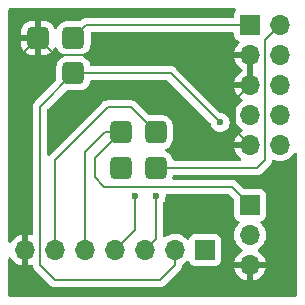
<source format=gbr>
%TF.GenerationSoftware,KiCad,Pcbnew,(6.0.1-0)*%
%TF.CreationDate,2022-05-18T17:32:03-07:00*%
%TF.ProjectId,badge_jig,62616467-655f-46a6-9967-2e6b69636164,rev?*%
%TF.SameCoordinates,Original*%
%TF.FileFunction,Copper,L1,Top*%
%TF.FilePolarity,Positive*%
%FSLAX46Y46*%
G04 Gerber Fmt 4.6, Leading zero omitted, Abs format (unit mm)*
G04 Created by KiCad (PCBNEW (6.0.1-0)) date 2022-05-18 17:32:03*
%MOMM*%
%LPD*%
G01*
G04 APERTURE LIST*
G04 Aperture macros list*
%AMRoundRect*
0 Rectangle with rounded corners*
0 $1 Rounding radius*
0 $2 $3 $4 $5 $6 $7 $8 $9 X,Y pos of 4 corners*
0 Add a 4 corners polygon primitive as box body*
4,1,4,$2,$3,$4,$5,$6,$7,$8,$9,$2,$3,0*
0 Add four circle primitives for the rounded corners*
1,1,$1+$1,$2,$3*
1,1,$1+$1,$4,$5*
1,1,$1+$1,$6,$7*
1,1,$1+$1,$8,$9*
0 Add four rect primitives between the rounded corners*
20,1,$1+$1,$2,$3,$4,$5,0*
20,1,$1+$1,$4,$5,$6,$7,0*
20,1,$1+$1,$6,$7,$8,$9,0*
20,1,$1+$1,$8,$9,$2,$3,0*%
G04 Aperture macros list end*
%TA.AperFunction,ComponentPad*%
%ADD10RoundRect,0.475000X-0.475000X-0.475000X0.475000X-0.475000X0.475000X0.475000X-0.475000X0.475000X0*%
%TD*%
%TA.AperFunction,ComponentPad*%
%ADD11R,1.700000X1.700000*%
%TD*%
%TA.AperFunction,ComponentPad*%
%ADD12O,1.700000X1.700000*%
%TD*%
%TA.AperFunction,ViaPad*%
%ADD13C,0.600000*%
%TD*%
%TA.AperFunction,Conductor*%
%ADD14C,0.200000*%
%TD*%
G04 APERTURE END LIST*
D10*
%TO.P,J3,1,Pin_1*%
%TO.N,/SWCLK*%
X137000000Y-115600000D03*
%TD*%
%TO.P,J5,1,Pin_1*%
%TO.N,/DBG_TX*%
X137000000Y-112600000D03*
%TD*%
%TO.P,J1,1,Pin_1*%
%TO.N,/VTG*%
X133000000Y-104600000D03*
%TD*%
%TO.P,J6,1,Pin_1*%
%TO.N,/DBG_RX*%
X140000000Y-112600000D03*
%TD*%
D11*
%TO.P,J9,1,Pin_1*%
%TO.N,/DBG_TX*%
X147955000Y-118745000D03*
D12*
%TO.P,J9,2,Pin_2*%
%TO.N,/DBG_RX*%
X147955000Y-121285000D03*
%TO.P,J9,3,Pin_3*%
%TO.N,/GND*%
X147955000Y-123825000D03*
%TD*%
D10*
%TO.P,J7,1,Pin_1*%
%TO.N,/GND*%
X130000000Y-104600000D03*
%TD*%
D11*
%TO.P,J8,1,Pin_1*%
%TO.N,/VTG*%
X144145000Y-122555000D03*
D12*
%TO.P,J8,2,Pin_2*%
%TO.N,/~{RST}*%
X141605000Y-122555000D03*
%TO.P,J8,3,Pin_3*%
%TO.N,/SWCLK*%
X139065000Y-122555000D03*
%TO.P,J8,4,Pin_4*%
%TO.N,/SWDIO*%
X136525000Y-122555000D03*
%TO.P,J8,5,Pin_5*%
%TO.N,/DBG_TX*%
X133985000Y-122555000D03*
%TO.P,J8,6,Pin_6*%
%TO.N,/DBG_RX*%
X131445000Y-122555000D03*
%TO.P,J8,7,Pin_7*%
%TO.N,/GND*%
X128905000Y-122555000D03*
%TD*%
D10*
%TO.P,J2,1,Pin_1*%
%TO.N,/~{RST}*%
X133000000Y-107600000D03*
%TD*%
%TO.P,J4,1,Pin_1*%
%TO.N,/SWDIO*%
X140000000Y-115600000D03*
%TD*%
D11*
%TO.P,J10,1,Pin_1*%
%TO.N,/VTG*%
X147955000Y-103505000D03*
D12*
%TO.P,J10,2,Pin_2*%
%TO.N,/SWDIO*%
X150495000Y-103505000D03*
%TO.P,J10,3,Pin_3*%
%TO.N,/GND*%
X147955000Y-106045000D03*
%TO.P,J10,4,Pin_4*%
%TO.N,/SWCLK*%
X150495000Y-106045000D03*
%TO.P,J10,5,Pin_5*%
%TO.N,/GND*%
X147955000Y-108585000D03*
%TO.P,J10,6,Pin_6*%
%TO.N,unconnected-(J10-Pad6)*%
X150495000Y-108585000D03*
%TO.P,J10,7,Pin_7*%
%TO.N,unconnected-(J10-Pad7)*%
X147955000Y-111125000D03*
%TO.P,J10,8,Pin_8*%
%TO.N,unconnected-(J10-Pad8)*%
X150495000Y-111125000D03*
%TO.P,J10,9,Pin_9*%
%TO.N,/GND*%
X147955000Y-113665000D03*
%TO.P,J10,10,Pin_10*%
%TO.N,/~{RST}*%
X150495000Y-113665000D03*
%TD*%
D13*
%TO.N,/~{RST}*%
X145415000Y-111760000D03*
%TO.N,/SWCLK*%
X140000000Y-118000000D03*
%TO.N,/SWDIO*%
X138200000Y-118000000D03*
%TD*%
D14*
%TO.N,/VTG*%
X134095000Y-103505000D02*
X133000000Y-104600000D01*
X147955000Y-103505000D02*
X134095000Y-103505000D01*
%TO.N,/~{RST}*%
X145415000Y-111760000D02*
X141255000Y-107600000D01*
X131445000Y-125095000D02*
X130175000Y-123825000D01*
X140335000Y-125095000D02*
X131445000Y-125095000D01*
X141605000Y-122555000D02*
X141605000Y-123825000D01*
X141605000Y-123825000D02*
X140335000Y-125095000D01*
X130175000Y-110425000D02*
X133000000Y-107600000D01*
X130175000Y-123825000D02*
X130175000Y-110425000D01*
X141255000Y-107600000D02*
X133000000Y-107600000D01*
%TO.N,/SWCLK*%
X140000000Y-121620000D02*
X139065000Y-122555000D01*
X140000000Y-118000000D02*
X140000000Y-121620000D01*
%TO.N,/SWDIO*%
X149225000Y-114935000D02*
X148560000Y-115600000D01*
X149225000Y-104775000D02*
X149225000Y-114935000D01*
X138200000Y-118000000D02*
X138200000Y-120880000D01*
X150495000Y-103505000D02*
X149225000Y-104775000D01*
X148560000Y-115600000D02*
X140000000Y-115600000D01*
X138200000Y-120880000D02*
X136525000Y-122555000D01*
%TO.N,/DBG_TX*%
X135685000Y-112600000D02*
X137000000Y-112600000D01*
X147955000Y-118745000D02*
X146410000Y-117200000D01*
X134800000Y-114800000D02*
X137000000Y-112600000D01*
X134800000Y-116400000D02*
X134800000Y-114800000D01*
X133985000Y-114300000D02*
X135685000Y-112600000D01*
X133985000Y-122555000D02*
X133985000Y-114300000D01*
X146410000Y-117200000D02*
X135600000Y-117200000D01*
X135600000Y-117200000D02*
X134800000Y-116400000D01*
%TO.N,/DBG_RX*%
X131445000Y-114935000D02*
X135890000Y-110490000D01*
X135890000Y-110490000D02*
X137890000Y-110490000D01*
X137890000Y-110490000D02*
X140000000Y-112600000D01*
X131445000Y-122555000D02*
X131445000Y-114935000D01*
%TO.N,/GND*%
X131445000Y-106045000D02*
X130000000Y-104600000D01*
X147955000Y-108585000D02*
X147955000Y-106045000D01*
X146685000Y-112395000D02*
X146685000Y-109855000D01*
X128905000Y-105695000D02*
X130000000Y-104600000D01*
X146685000Y-109855000D02*
X147955000Y-108585000D01*
X147955000Y-113665000D02*
X146685000Y-112395000D01*
X147955000Y-106045000D02*
X131445000Y-106045000D01*
X128905000Y-122555000D02*
X128905000Y-105695000D01*
%TD*%
%TA.AperFunction,Conductor*%
%TO.N,/GND*%
G36*
X146714583Y-102119685D02*
G01*
X146760338Y-102172489D01*
X146770282Y-102241647D01*
X146746770Y-102298366D01*
X146720009Y-102334073D01*
X146661474Y-102412176D01*
X146611149Y-102546420D01*
X146604500Y-102607623D01*
X146604500Y-102780500D01*
X146584815Y-102847539D01*
X146532011Y-102893294D01*
X146480500Y-102904500D01*
X134142487Y-102904500D01*
X134126302Y-102903439D01*
X134103059Y-102900379D01*
X134095000Y-102899318D01*
X134055639Y-102904500D01*
X133938238Y-102919956D01*
X133930731Y-102923065D01*
X133930729Y-102923066D01*
X133799667Y-102977354D01*
X133792159Y-102980464D01*
X133666718Y-103076718D01*
X133661771Y-103083165D01*
X133647495Y-103101770D01*
X133636800Y-103113965D01*
X133636518Y-103114247D01*
X133575195Y-103147732D01*
X133537816Y-103150075D01*
X133534122Y-103149745D01*
X133534108Y-103149744D01*
X133531370Y-103149500D01*
X132468630Y-103149500D01*
X132465887Y-103149745D01*
X132465883Y-103149745D01*
X132444596Y-103151645D01*
X132351363Y-103159966D01*
X132277825Y-103181053D01*
X132166904Y-103212858D01*
X132166900Y-103212860D01*
X132160862Y-103214591D01*
X131985237Y-103306406D01*
X131831660Y-103431660D01*
X131706406Y-103585237D01*
X131614591Y-103760862D01*
X131613969Y-103763031D01*
X131571690Y-103816830D01*
X131505671Y-103839705D01*
X131437765Y-103823255D01*
X131389532Y-103772704D01*
X131384595Y-103761893D01*
X131382029Y-103755477D01*
X131296086Y-103591083D01*
X131289202Y-103580643D01*
X131171951Y-103436880D01*
X131163120Y-103428049D01*
X131019357Y-103310798D01*
X131008917Y-103303914D01*
X130844520Y-103217970D01*
X130832908Y-103213325D01*
X130654221Y-103162088D01*
X130642672Y-103159937D01*
X130534084Y-103150245D01*
X130528580Y-103150000D01*
X130267830Y-103150000D01*
X130252831Y-103154404D01*
X130251644Y-103155774D01*
X130250000Y-103163332D01*
X130250000Y-106032169D01*
X130254404Y-106047168D01*
X130255774Y-106048355D01*
X130263332Y-106049999D01*
X130528579Y-106049999D01*
X130534084Y-106049754D01*
X130642662Y-106040064D01*
X130654230Y-106037910D01*
X130832908Y-105986675D01*
X130844520Y-105982030D01*
X131008917Y-105896086D01*
X131019357Y-105889202D01*
X131163120Y-105771951D01*
X131171951Y-105763120D01*
X131289202Y-105619357D01*
X131296086Y-105608917D01*
X131382029Y-105444523D01*
X131384595Y-105438107D01*
X131427767Y-105383171D01*
X131493786Y-105360296D01*
X131561692Y-105376744D01*
X131609925Y-105427294D01*
X131613338Y-105434767D01*
X131614591Y-105439138D01*
X131706406Y-105614763D01*
X131831660Y-105768340D01*
X131985237Y-105893594D01*
X132160862Y-105985409D01*
X132162506Y-105985881D01*
X132216153Y-106028040D01*
X132239027Y-106094060D01*
X132222576Y-106161965D01*
X132172025Y-106210197D01*
X132165003Y-106213404D01*
X132160862Y-106214591D01*
X132155298Y-106217500D01*
X132007055Y-106295000D01*
X131985237Y-106306406D01*
X131831660Y-106431660D01*
X131706406Y-106585237D01*
X131614591Y-106760862D01*
X131612861Y-106766896D01*
X131612858Y-106766904D01*
X131581053Y-106877825D01*
X131559966Y-106951363D01*
X131549500Y-107068630D01*
X131549500Y-108131370D01*
X131549744Y-108134108D01*
X131549745Y-108134122D01*
X131550075Y-108137816D01*
X131536427Y-108206340D01*
X131514247Y-108236518D01*
X129783965Y-109966800D01*
X129771770Y-109977495D01*
X129746718Y-109996718D01*
X129741772Y-110003164D01*
X129741770Y-110003166D01*
X129722550Y-110028214D01*
X129655413Y-110115708D01*
X129655410Y-110115713D01*
X129650464Y-110122159D01*
X129647354Y-110129668D01*
X129594183Y-110258034D01*
X129589956Y-110268238D01*
X129569318Y-110425000D01*
X129570379Y-110433059D01*
X129573439Y-110456302D01*
X129574500Y-110472487D01*
X129574500Y-121182992D01*
X129554815Y-121250031D01*
X129502011Y-121295786D01*
X129432853Y-121305730D01*
X129398094Y-121295374D01*
X129373392Y-121283855D01*
X129363264Y-121280168D01*
X129172221Y-121228978D01*
X129158347Y-121229309D01*
X129155000Y-121237125D01*
X129155000Y-123867806D01*
X129158910Y-123881123D01*
X129167326Y-123882333D01*
X129363264Y-123829832D01*
X129373402Y-123826141D01*
X129404859Y-123811473D01*
X129473936Y-123800981D01*
X129537720Y-123829501D01*
X129575959Y-123887978D01*
X129580201Y-123907666D01*
X129589956Y-123981762D01*
X129593065Y-123989269D01*
X129593066Y-123989271D01*
X129629257Y-124076644D01*
X129650464Y-124127841D01*
X129746718Y-124253282D01*
X129753165Y-124258229D01*
X129771770Y-124272505D01*
X129783965Y-124283200D01*
X130986800Y-125486035D01*
X130997495Y-125498230D01*
X131016718Y-125523282D01*
X131142159Y-125619536D01*
X131149667Y-125622646D01*
X131280729Y-125676934D01*
X131280731Y-125676935D01*
X131288238Y-125680044D01*
X131445000Y-125700682D01*
X131453059Y-125699621D01*
X131476302Y-125696561D01*
X131492487Y-125695500D01*
X140287513Y-125695500D01*
X140303698Y-125696561D01*
X140335000Y-125700682D01*
X140343059Y-125699621D01*
X140374361Y-125695500D01*
X140483703Y-125681105D01*
X140491762Y-125680044D01*
X140499269Y-125676935D01*
X140499271Y-125676934D01*
X140630333Y-125622646D01*
X140637841Y-125619536D01*
X140763282Y-125523282D01*
X140782505Y-125498230D01*
X140793200Y-125486035D01*
X141996035Y-124283200D01*
X142008230Y-124272505D01*
X142026835Y-124258229D01*
X142033282Y-124253282D01*
X142129536Y-124127841D01*
X142146318Y-124087326D01*
X146627667Y-124087326D01*
X146680168Y-124283264D01*
X146683857Y-124293397D01*
X146779110Y-124497667D01*
X146784508Y-124507017D01*
X146913784Y-124691643D01*
X146920719Y-124699907D01*
X147080091Y-124859279D01*
X147088357Y-124866215D01*
X147272992Y-124995498D01*
X147282324Y-125000886D01*
X147486603Y-125096143D01*
X147496736Y-125099832D01*
X147687779Y-125151022D01*
X147701653Y-125150691D01*
X147705000Y-125142875D01*
X147705000Y-125137806D01*
X148205000Y-125137806D01*
X148208910Y-125151123D01*
X148217326Y-125152333D01*
X148413264Y-125099832D01*
X148423397Y-125096143D01*
X148627676Y-125000886D01*
X148637008Y-124995498D01*
X148821643Y-124866215D01*
X148829909Y-124859279D01*
X148989281Y-124699907D01*
X148996216Y-124691643D01*
X149125492Y-124507017D01*
X149130890Y-124497667D01*
X149226143Y-124293397D01*
X149229832Y-124283264D01*
X149281022Y-124092221D01*
X149280691Y-124078347D01*
X149272875Y-124075000D01*
X148222830Y-124075000D01*
X148207831Y-124079404D01*
X148206644Y-124080774D01*
X148205000Y-124088332D01*
X148205000Y-125137806D01*
X147705000Y-125137806D01*
X147705000Y-124092830D01*
X147700596Y-124077831D01*
X147699226Y-124076644D01*
X147691668Y-124075000D01*
X146642194Y-124075000D01*
X146628877Y-124078910D01*
X146627667Y-124087326D01*
X142146318Y-124087326D01*
X142150743Y-124076644D01*
X142186934Y-123989271D01*
X142186935Y-123989269D01*
X142190044Y-123981762D01*
X142205500Y-123864361D01*
X142210046Y-123829832D01*
X142210544Y-123826049D01*
X142238810Y-123762152D01*
X142273964Y-123735288D01*
X142273237Y-123734029D01*
X142277927Y-123731322D01*
X142282830Y-123729035D01*
X142476401Y-123593495D01*
X142598207Y-123471689D01*
X142659530Y-123438204D01*
X142729222Y-123443188D01*
X142785155Y-123485060D01*
X142801998Y-123515844D01*
X142832271Y-123596598D01*
X142851474Y-123647824D01*
X142856769Y-123654889D01*
X142856770Y-123654891D01*
X142932159Y-123755481D01*
X142937454Y-123762546D01*
X142944519Y-123767841D01*
X143045109Y-123843230D01*
X143045111Y-123843231D01*
X143052176Y-123848526D01*
X143186420Y-123898851D01*
X143247623Y-123905500D01*
X144144866Y-123905500D01*
X145042376Y-123905499D01*
X145103580Y-123898851D01*
X145237824Y-123848526D01*
X145244889Y-123843231D01*
X145244891Y-123843230D01*
X145345481Y-123767841D01*
X145352546Y-123762546D01*
X145357841Y-123755481D01*
X145433230Y-123654891D01*
X145433231Y-123654889D01*
X145438526Y-123647824D01*
X145488851Y-123513580D01*
X145495500Y-123452377D01*
X145495499Y-121657624D01*
X145488851Y-121596420D01*
X145438526Y-121462176D01*
X145412497Y-121427445D01*
X145357841Y-121354519D01*
X145352546Y-121347454D01*
X145332090Y-121332123D01*
X145244891Y-121266770D01*
X145244889Y-121266769D01*
X145237824Y-121261474D01*
X145103580Y-121211149D01*
X145042377Y-121204500D01*
X144145134Y-121204500D01*
X143247624Y-121204501D01*
X143186420Y-121211149D01*
X143052176Y-121261474D01*
X143045111Y-121266769D01*
X143045109Y-121266770D01*
X142957910Y-121332123D01*
X142937454Y-121347454D01*
X142932159Y-121354519D01*
X142877504Y-121427445D01*
X142851474Y-121462176D01*
X142848374Y-121470445D01*
X142848373Y-121470447D01*
X142827685Y-121525634D01*
X142803876Y-121589147D01*
X142801998Y-121594156D01*
X142760034Y-121650020D01*
X142694529Y-121674329D01*
X142626281Y-121659363D01*
X142598207Y-121638311D01*
X142476401Y-121516505D01*
X142282830Y-121380965D01*
X142068663Y-121281097D01*
X141939499Y-121246488D01*
X141845634Y-121221337D01*
X141845631Y-121221336D01*
X141840408Y-121219937D01*
X141835021Y-121219466D01*
X141835017Y-121219465D01*
X141610395Y-121199813D01*
X141605000Y-121199341D01*
X141599605Y-121199813D01*
X141374983Y-121219465D01*
X141374979Y-121219466D01*
X141369592Y-121219937D01*
X141364369Y-121221336D01*
X141364366Y-121221337D01*
X141270501Y-121246488D01*
X141141337Y-121281097D01*
X141136433Y-121283384D01*
X141136427Y-121283386D01*
X141010390Y-121342159D01*
X140927171Y-121380965D01*
X140795621Y-121473077D01*
X140729417Y-121495403D01*
X140661650Y-121478393D01*
X140613837Y-121427445D01*
X140600500Y-121371501D01*
X140600500Y-118580228D01*
X140621218Y-118511607D01*
X140638509Y-118485583D01*
X140716483Y-118368222D01*
X140780257Y-118200336D01*
X140805251Y-118022493D01*
X140805565Y-118000000D01*
X140798647Y-117938322D01*
X140810736Y-117869506D01*
X140858111Y-117818150D01*
X140921874Y-117800500D01*
X146109903Y-117800500D01*
X146176942Y-117820185D01*
X146197584Y-117836819D01*
X146568181Y-118207416D01*
X146601666Y-118268739D01*
X146604500Y-118295097D01*
X146604501Y-119642376D01*
X146611149Y-119703580D01*
X146661474Y-119837824D01*
X146747454Y-119952546D01*
X146754519Y-119957841D01*
X146855109Y-120033230D01*
X146855111Y-120033231D01*
X146862176Y-120038526D01*
X146870445Y-120041626D01*
X146870447Y-120041627D01*
X146942766Y-120068737D01*
X146994157Y-120088003D01*
X147050020Y-120129966D01*
X147074329Y-120195471D01*
X147059363Y-120263719D01*
X147038311Y-120291793D01*
X146916505Y-120413599D01*
X146913403Y-120418030D01*
X146913399Y-120418034D01*
X146800058Y-120579903D01*
X146780965Y-120607171D01*
X146778675Y-120612082D01*
X146683386Y-120816427D01*
X146683384Y-120816433D01*
X146681097Y-120821337D01*
X146663219Y-120888059D01*
X146623375Y-121036762D01*
X146619937Y-121049592D01*
X146619466Y-121054979D01*
X146619465Y-121054983D01*
X146601399Y-121261474D01*
X146599341Y-121285000D01*
X146599813Y-121290395D01*
X146619324Y-121513399D01*
X146619937Y-121520408D01*
X146621336Y-121525631D01*
X146621337Y-121525634D01*
X146638355Y-121589147D01*
X146681097Y-121748663D01*
X146683384Y-121753567D01*
X146683386Y-121753573D01*
X146756487Y-121910336D01*
X146780965Y-121962829D01*
X146784072Y-121967266D01*
X146784073Y-121967268D01*
X146913399Y-122151966D01*
X146913403Y-122151970D01*
X146916505Y-122156401D01*
X147083599Y-122323495D01*
X147241636Y-122434154D01*
X147269595Y-122453731D01*
X147313219Y-122508308D01*
X147320412Y-122577807D01*
X147288890Y-122640161D01*
X147269595Y-122656881D01*
X147088352Y-122783789D01*
X147080093Y-122790719D01*
X146920719Y-122950093D01*
X146913784Y-122958357D01*
X146784508Y-123142983D01*
X146779110Y-123152333D01*
X146683857Y-123356603D01*
X146680168Y-123366736D01*
X146628978Y-123557779D01*
X146629309Y-123571653D01*
X146637125Y-123575000D01*
X149267806Y-123575000D01*
X149281123Y-123571090D01*
X149282333Y-123562674D01*
X149229832Y-123366736D01*
X149226143Y-123356603D01*
X149130890Y-123152333D01*
X149125492Y-123142983D01*
X148996216Y-122958357D01*
X148989281Y-122950093D01*
X148829909Y-122790721D01*
X148821643Y-122783785D01*
X148640406Y-122656880D01*
X148596781Y-122602303D01*
X148589589Y-122532804D01*
X148621111Y-122470449D01*
X148640407Y-122453730D01*
X148821961Y-122326604D01*
X148821962Y-122326604D01*
X148826401Y-122323495D01*
X148993495Y-122156401D01*
X148996597Y-122151970D01*
X148996601Y-122151966D01*
X149125927Y-121967268D01*
X149125928Y-121967266D01*
X149129035Y-121962829D01*
X149153513Y-121910336D01*
X149226614Y-121753573D01*
X149226616Y-121753567D01*
X149228903Y-121748663D01*
X149271645Y-121589147D01*
X149288663Y-121525634D01*
X149288664Y-121525631D01*
X149290063Y-121520408D01*
X149290677Y-121513399D01*
X149310187Y-121290395D01*
X149310659Y-121285000D01*
X149308601Y-121261474D01*
X149290535Y-121054983D01*
X149290534Y-121054979D01*
X149290063Y-121049592D01*
X149286626Y-121036762D01*
X149246781Y-120888059D01*
X149228903Y-120821337D01*
X149226616Y-120816433D01*
X149226614Y-120816427D01*
X149131325Y-120612082D01*
X149129035Y-120607171D01*
X149109942Y-120579903D01*
X148996601Y-120418034D01*
X148996597Y-120418030D01*
X148993495Y-120413599D01*
X148871689Y-120291793D01*
X148838204Y-120230470D01*
X148843188Y-120160778D01*
X148885060Y-120104845D01*
X148915842Y-120088003D01*
X148967234Y-120068737D01*
X149039553Y-120041627D01*
X149039555Y-120041626D01*
X149047824Y-120038526D01*
X149054889Y-120033231D01*
X149054891Y-120033230D01*
X149155481Y-119957841D01*
X149162546Y-119952546D01*
X149248526Y-119837824D01*
X149298851Y-119703580D01*
X149305500Y-119642377D01*
X149305499Y-117847624D01*
X149298851Y-117786420D01*
X149248526Y-117652176D01*
X149230619Y-117628282D01*
X149167841Y-117544519D01*
X149162546Y-117537454D01*
X149155481Y-117532159D01*
X149054891Y-117456770D01*
X149054889Y-117456769D01*
X149047824Y-117451474D01*
X148913580Y-117401149D01*
X148852377Y-117394500D01*
X148766499Y-117394500D01*
X147505098Y-117394501D01*
X147438059Y-117374816D01*
X147417417Y-117358182D01*
X146868200Y-116808965D01*
X146857505Y-116796770D01*
X146843229Y-116778165D01*
X146843228Y-116778164D01*
X146838282Y-116771718D01*
X146712841Y-116675464D01*
X146705333Y-116672354D01*
X146574271Y-116618066D01*
X146574269Y-116618065D01*
X146566762Y-116614956D01*
X146449361Y-116599500D01*
X146410000Y-116594318D01*
X146401941Y-116595379D01*
X146378698Y-116598439D01*
X146362513Y-116599500D01*
X141503732Y-116599500D01*
X141436693Y-116579815D01*
X141390938Y-116527011D01*
X141380994Y-116457853D01*
X141385962Y-116439297D01*
X141385409Y-116439138D01*
X141428082Y-116290317D01*
X141465481Y-116231305D01*
X141528851Y-116201877D01*
X141547277Y-116200500D01*
X148512513Y-116200500D01*
X148528698Y-116201561D01*
X148560000Y-116205682D01*
X148568059Y-116204621D01*
X148599361Y-116200500D01*
X148708703Y-116186105D01*
X148716762Y-116185044D01*
X148724269Y-116181935D01*
X148724271Y-116181934D01*
X148855333Y-116127646D01*
X148862841Y-116124536D01*
X148988282Y-116028282D01*
X149007505Y-116003230D01*
X149018200Y-115991035D01*
X149616035Y-115393200D01*
X149628230Y-115382505D01*
X149646835Y-115368229D01*
X149653282Y-115363282D01*
X149749536Y-115237841D01*
X149752646Y-115230333D01*
X149806934Y-115099271D01*
X149806935Y-115099269D01*
X149810044Y-115091762D01*
X149819730Y-115018190D01*
X149847996Y-114954293D01*
X149906321Y-114915822D01*
X149976186Y-114914991D01*
X149995074Y-114921993D01*
X150026427Y-114936614D01*
X150026433Y-114936616D01*
X150031337Y-114938903D01*
X150077839Y-114951363D01*
X150254366Y-114998663D01*
X150254369Y-114998664D01*
X150259592Y-115000063D01*
X150264979Y-115000534D01*
X150264983Y-115000535D01*
X150489605Y-115020187D01*
X150495000Y-115020659D01*
X150500395Y-115020187D01*
X150725017Y-115000535D01*
X150725021Y-115000534D01*
X150730408Y-115000063D01*
X150735631Y-114998664D01*
X150735634Y-114998663D01*
X150912161Y-114951363D01*
X150958663Y-114938903D01*
X151172830Y-114839035D01*
X151366401Y-114703495D01*
X151533495Y-114536401D01*
X151536597Y-114531970D01*
X151536601Y-114531966D01*
X151665927Y-114347268D01*
X151665928Y-114347266D01*
X151669035Y-114342829D01*
X151669552Y-114341721D01*
X151719179Y-114294401D01*
X151787786Y-114281177D01*
X151852651Y-114307145D01*
X151893180Y-114364058D01*
X151900000Y-114404616D01*
X151900000Y-126376000D01*
X151880315Y-126443039D01*
X151827511Y-126488794D01*
X151776000Y-126500000D01*
X127624000Y-126500000D01*
X127556961Y-126480315D01*
X127511206Y-126427511D01*
X127500000Y-126376000D01*
X127500000Y-123293612D01*
X127519685Y-123226573D01*
X127572489Y-123180818D01*
X127641647Y-123170874D01*
X127705203Y-123199899D01*
X127731387Y-123231611D01*
X127734508Y-123237017D01*
X127863784Y-123421643D01*
X127870719Y-123429907D01*
X128030091Y-123589279D01*
X128038357Y-123596215D01*
X128222992Y-123725498D01*
X128232324Y-123730886D01*
X128436603Y-123826143D01*
X128446736Y-123829832D01*
X128637779Y-123881022D01*
X128651653Y-123880691D01*
X128655000Y-123872875D01*
X128655000Y-121242194D01*
X128651090Y-121228877D01*
X128642674Y-121227667D01*
X128446736Y-121280168D01*
X128436603Y-121283857D01*
X128232333Y-121379110D01*
X128222983Y-121384508D01*
X128038357Y-121513784D01*
X128030093Y-121520719D01*
X127870719Y-121680093D01*
X127863784Y-121688357D01*
X127734508Y-121872983D01*
X127731387Y-121878389D01*
X127680819Y-121926604D01*
X127612212Y-121939826D01*
X127547347Y-121913858D01*
X127506820Y-121856943D01*
X127500000Y-121816388D01*
X127500000Y-105128579D01*
X128550001Y-105128579D01*
X128550246Y-105134084D01*
X128559936Y-105242662D01*
X128562090Y-105254230D01*
X128613325Y-105432908D01*
X128617970Y-105444520D01*
X128703914Y-105608917D01*
X128710798Y-105619357D01*
X128828049Y-105763120D01*
X128836880Y-105771951D01*
X128980643Y-105889202D01*
X128991083Y-105896086D01*
X129155480Y-105982030D01*
X129167092Y-105986675D01*
X129345779Y-106037912D01*
X129357328Y-106040063D01*
X129465916Y-106049755D01*
X129471420Y-106050000D01*
X129732170Y-106050000D01*
X129747169Y-106045596D01*
X129748356Y-106044226D01*
X129750000Y-106036668D01*
X129750000Y-104867830D01*
X129745596Y-104852831D01*
X129744226Y-104851644D01*
X129736668Y-104850000D01*
X128567831Y-104850000D01*
X128552832Y-104854404D01*
X128551645Y-104855774D01*
X128550001Y-104863332D01*
X128550001Y-105128579D01*
X127500000Y-105128579D01*
X127500000Y-104332170D01*
X128550000Y-104332170D01*
X128554404Y-104347169D01*
X128555774Y-104348356D01*
X128563332Y-104350000D01*
X129732170Y-104350000D01*
X129747169Y-104345596D01*
X129748356Y-104344226D01*
X129750000Y-104336668D01*
X129750000Y-103167831D01*
X129745596Y-103152832D01*
X129744226Y-103151645D01*
X129736668Y-103150001D01*
X129471421Y-103150001D01*
X129465916Y-103150246D01*
X129357338Y-103159936D01*
X129345770Y-103162090D01*
X129167092Y-103213325D01*
X129155480Y-103217970D01*
X128991083Y-103303914D01*
X128980643Y-103310798D01*
X128836880Y-103428049D01*
X128828049Y-103436880D01*
X128710798Y-103580643D01*
X128703914Y-103591083D01*
X128617970Y-103755480D01*
X128613325Y-103767092D01*
X128562088Y-103945779D01*
X128559937Y-103957328D01*
X128550245Y-104065916D01*
X128550000Y-104071420D01*
X128550000Y-104332170D01*
X127500000Y-104332170D01*
X127500000Y-102224000D01*
X127519685Y-102156961D01*
X127572489Y-102111206D01*
X127624000Y-102100000D01*
X146647544Y-102100000D01*
X146714583Y-102119685D01*
G37*
%TD.AperFunction*%
%TA.AperFunction,Conductor*%
G36*
X146547540Y-104125185D02*
G01*
X146593295Y-104177989D01*
X146604501Y-104229500D01*
X146604501Y-104402376D01*
X146611149Y-104463580D01*
X146661474Y-104597824D01*
X146747454Y-104712546D01*
X146754519Y-104717841D01*
X146855109Y-104793230D01*
X146855111Y-104793231D01*
X146862176Y-104798526D01*
X146870446Y-104801626D01*
X146870451Y-104801629D01*
X146994671Y-104848197D01*
X147050535Y-104890161D01*
X147074843Y-104955666D01*
X147059877Y-105023914D01*
X147038825Y-105051987D01*
X146920719Y-105170093D01*
X146913784Y-105178357D01*
X146784508Y-105362983D01*
X146779110Y-105372333D01*
X146683857Y-105576603D01*
X146680168Y-105586736D01*
X146628978Y-105777779D01*
X146629309Y-105791653D01*
X146637125Y-105795000D01*
X148081000Y-105795000D01*
X148148039Y-105814685D01*
X148193794Y-105867489D01*
X148205000Y-105919000D01*
X148205000Y-108711000D01*
X148185315Y-108778039D01*
X148132511Y-108823794D01*
X148081000Y-108835000D01*
X146642194Y-108835000D01*
X146628877Y-108838910D01*
X146627667Y-108847326D01*
X146680168Y-109043264D01*
X146683857Y-109053397D01*
X146779110Y-109257667D01*
X146784508Y-109267017D01*
X146913784Y-109451643D01*
X146920719Y-109459907D01*
X147080091Y-109619279D01*
X147088357Y-109626215D01*
X147269595Y-109753120D01*
X147313219Y-109807697D01*
X147320412Y-109877196D01*
X147288890Y-109939550D01*
X147269594Y-109956270D01*
X147088034Y-110083399D01*
X147088033Y-110083400D01*
X147083599Y-110086505D01*
X146916505Y-110253599D01*
X146913403Y-110258030D01*
X146913399Y-110258034D01*
X146802132Y-110416941D01*
X146780965Y-110447171D01*
X146778675Y-110452082D01*
X146683386Y-110656427D01*
X146683384Y-110656433D01*
X146681097Y-110661337D01*
X146619937Y-110889592D01*
X146619466Y-110894979D01*
X146619465Y-110894983D01*
X146612198Y-110978043D01*
X146599341Y-111125000D01*
X146599813Y-111130395D01*
X146614958Y-111303494D01*
X146619937Y-111360408D01*
X146681097Y-111588663D01*
X146683384Y-111593567D01*
X146683386Y-111593573D01*
X146764213Y-111766904D01*
X146780965Y-111802829D01*
X146784072Y-111807266D01*
X146784073Y-111807268D01*
X146913399Y-111991966D01*
X146913403Y-111991970D01*
X146916505Y-111996401D01*
X147083599Y-112163495D01*
X147238609Y-112272034D01*
X147269595Y-112293731D01*
X147313219Y-112348308D01*
X147320412Y-112417807D01*
X147288890Y-112480161D01*
X147269595Y-112496881D01*
X147088352Y-112623789D01*
X147080093Y-112630719D01*
X146920719Y-112790093D01*
X146913784Y-112798357D01*
X146784508Y-112982983D01*
X146779110Y-112992333D01*
X146683857Y-113196603D01*
X146680168Y-113206736D01*
X146628978Y-113397779D01*
X146629309Y-113411653D01*
X146637125Y-113415000D01*
X148081000Y-113415000D01*
X148148039Y-113434685D01*
X148193794Y-113487489D01*
X148205000Y-113539000D01*
X148205000Y-113791000D01*
X148185315Y-113858039D01*
X148132511Y-113903794D01*
X148081000Y-113915000D01*
X146642194Y-113915000D01*
X146628877Y-113918910D01*
X146627667Y-113927326D01*
X146680168Y-114123264D01*
X146683857Y-114133397D01*
X146779110Y-114337667D01*
X146784508Y-114347017D01*
X146913784Y-114531643D01*
X146920719Y-114539907D01*
X147080091Y-114699279D01*
X147088357Y-114706215D01*
X147185056Y-114773925D01*
X147228680Y-114828502D01*
X147235873Y-114898001D01*
X147204351Y-114960355D01*
X147144121Y-114995769D01*
X147113932Y-114999500D01*
X141547277Y-114999500D01*
X141480238Y-114979815D01*
X141434483Y-114927011D01*
X141428086Y-114909696D01*
X141385409Y-114760862D01*
X141293594Y-114585237D01*
X141168340Y-114431660D01*
X141014763Y-114306406D01*
X140839138Y-114214591D01*
X140837494Y-114214119D01*
X140783847Y-114171960D01*
X140760973Y-114105940D01*
X140777424Y-114038035D01*
X140827975Y-113989803D01*
X140834997Y-113986596D01*
X140839138Y-113985409D01*
X141014763Y-113893594D01*
X141168340Y-113768340D01*
X141293594Y-113614763D01*
X141385409Y-113439138D01*
X141388147Y-113429592D01*
X141438407Y-113254310D01*
X141440034Y-113248637D01*
X141450500Y-113131370D01*
X141450500Y-112068630D01*
X141440034Y-111951363D01*
X141385409Y-111760862D01*
X141293594Y-111585237D01*
X141168340Y-111431660D01*
X141014763Y-111306406D01*
X140839138Y-111214591D01*
X140833100Y-111212860D01*
X140833096Y-111212858D01*
X140722175Y-111181053D01*
X140648637Y-111159966D01*
X140564675Y-111152472D01*
X140534117Y-111149745D01*
X140534113Y-111149745D01*
X140531370Y-111149500D01*
X139468630Y-111149500D01*
X139465892Y-111149744D01*
X139465878Y-111149745D01*
X139462184Y-111150075D01*
X139393660Y-111136427D01*
X139363482Y-111114247D01*
X138348200Y-110098965D01*
X138337505Y-110086770D01*
X138323229Y-110068165D01*
X138318282Y-110061718D01*
X138192841Y-109965464D01*
X138170645Y-109956270D01*
X138054271Y-109908066D01*
X138054269Y-109908065D01*
X138046762Y-109904956D01*
X137929361Y-109889500D01*
X137890000Y-109884318D01*
X137881941Y-109885379D01*
X137858698Y-109888439D01*
X137842513Y-109889500D01*
X135937487Y-109889500D01*
X135921302Y-109888439D01*
X135898059Y-109885379D01*
X135890000Y-109884318D01*
X135850639Y-109889500D01*
X135733238Y-109904956D01*
X135725731Y-109908065D01*
X135725729Y-109908066D01*
X135609355Y-109956270D01*
X135587159Y-109965464D01*
X135461718Y-110061718D01*
X135456771Y-110068165D01*
X135442495Y-110086770D01*
X135431800Y-110098965D01*
X131053965Y-114476800D01*
X131041770Y-114487495D01*
X131016718Y-114506718D01*
X131011771Y-114513165D01*
X131011770Y-114513166D01*
X130997875Y-114531274D01*
X130941447Y-114572477D01*
X130871701Y-114576631D01*
X130810781Y-114542418D01*
X130778029Y-114480700D01*
X130775500Y-114455787D01*
X130775500Y-110725097D01*
X130795185Y-110658058D01*
X130811819Y-110637416D01*
X132363482Y-109085753D01*
X132424805Y-109052268D01*
X132462184Y-109049925D01*
X132465878Y-109050255D01*
X132465892Y-109050256D01*
X132468630Y-109050500D01*
X133531370Y-109050500D01*
X133534113Y-109050255D01*
X133534117Y-109050255D01*
X133564675Y-109047528D01*
X133648637Y-109040034D01*
X133722175Y-109018947D01*
X133833096Y-108987142D01*
X133833100Y-108987140D01*
X133839138Y-108985409D01*
X134014763Y-108893594D01*
X134168340Y-108768340D01*
X134293594Y-108614763D01*
X134385409Y-108439138D01*
X134428082Y-108290317D01*
X134465481Y-108231305D01*
X134528851Y-108201877D01*
X134547277Y-108200500D01*
X140954903Y-108200500D01*
X141021942Y-108220185D01*
X141042584Y-108236819D01*
X144584098Y-111778333D01*
X144617583Y-111839656D01*
X144619825Y-111853913D01*
X144626362Y-111920584D01*
X144627039Y-111927486D01*
X144683726Y-112097896D01*
X144687319Y-112103829D01*
X144687320Y-112103831D01*
X144728434Y-112171718D01*
X144776759Y-112251512D01*
X144901514Y-112380699D01*
X144907308Y-112384490D01*
X144907311Y-112384493D01*
X144958221Y-112417807D01*
X145051789Y-112479036D01*
X145220116Y-112541636D01*
X145398130Y-112565388D01*
X145405031Y-112564760D01*
X145405033Y-112564760D01*
X145512744Y-112554958D01*
X145576981Y-112549112D01*
X145747782Y-112493615D01*
X145902044Y-112401657D01*
X146005729Y-112302919D01*
X146027080Y-112282587D01*
X146027082Y-112282585D01*
X146032099Y-112277807D01*
X146131483Y-112128222D01*
X146195257Y-111960336D01*
X146220251Y-111782493D01*
X146220393Y-111772349D01*
X146220511Y-111763899D01*
X146220511Y-111763892D01*
X146220565Y-111760000D01*
X146200546Y-111581528D01*
X146141485Y-111411927D01*
X146046316Y-111259625D01*
X145919770Y-111132193D01*
X145768136Y-111035963D01*
X145759746Y-111032975D01*
X145605479Y-110978043D01*
X145605475Y-110978042D01*
X145598951Y-110975719D01*
X145506481Y-110964693D01*
X145442243Y-110937209D01*
X145433481Y-110929246D01*
X141713200Y-107208965D01*
X141702505Y-107196770D01*
X141688229Y-107178165D01*
X141683282Y-107171718D01*
X141557841Y-107075464D01*
X141547998Y-107071387D01*
X141419271Y-107018066D01*
X141419269Y-107018065D01*
X141411762Y-107014956D01*
X141294361Y-106999500D01*
X141255000Y-106994318D01*
X141246941Y-106995379D01*
X141223698Y-106998439D01*
X141207513Y-106999500D01*
X134547277Y-106999500D01*
X134480238Y-106979815D01*
X134434483Y-106927011D01*
X134428086Y-106909696D01*
X134385409Y-106760862D01*
X134293594Y-106585237D01*
X134168340Y-106431660D01*
X134015891Y-106307326D01*
X146627667Y-106307326D01*
X146680168Y-106503264D01*
X146683857Y-106513397D01*
X146779110Y-106717667D01*
X146784508Y-106727017D01*
X146913784Y-106911643D01*
X146920719Y-106919907D01*
X147080091Y-107079279D01*
X147088357Y-107086215D01*
X147270031Y-107213426D01*
X147313656Y-107268003D01*
X147320848Y-107337502D01*
X147289326Y-107399857D01*
X147270030Y-107416576D01*
X147088357Y-107543784D01*
X147080093Y-107550719D01*
X146920719Y-107710093D01*
X146913784Y-107718357D01*
X146784508Y-107902983D01*
X146779110Y-107912333D01*
X146683857Y-108116603D01*
X146680168Y-108126736D01*
X146628978Y-108317779D01*
X146629309Y-108331653D01*
X146637125Y-108335000D01*
X147687170Y-108335000D01*
X147702169Y-108330596D01*
X147703356Y-108329226D01*
X147705000Y-108321668D01*
X147705000Y-106312830D01*
X147700596Y-106297831D01*
X147699226Y-106296644D01*
X147691668Y-106295000D01*
X146642194Y-106295000D01*
X146628877Y-106298910D01*
X146627667Y-106307326D01*
X134015891Y-106307326D01*
X134014763Y-106306406D01*
X133992946Y-106295000D01*
X133844702Y-106217500D01*
X133839138Y-106214591D01*
X133837494Y-106214119D01*
X133783847Y-106171960D01*
X133760973Y-106105940D01*
X133777424Y-106038035D01*
X133827975Y-105989803D01*
X133834997Y-105986596D01*
X133839138Y-105985409D01*
X134014763Y-105893594D01*
X134168340Y-105768340D01*
X134293594Y-105614763D01*
X134385409Y-105439138D01*
X134387196Y-105432908D01*
X134438407Y-105254310D01*
X134440034Y-105248637D01*
X134450500Y-105131370D01*
X134450500Y-104229500D01*
X134470185Y-104162461D01*
X134522989Y-104116706D01*
X134574500Y-104105500D01*
X146480501Y-104105500D01*
X146547540Y-104125185D01*
G37*
%TD.AperFunction*%
%TD*%
M02*

</source>
